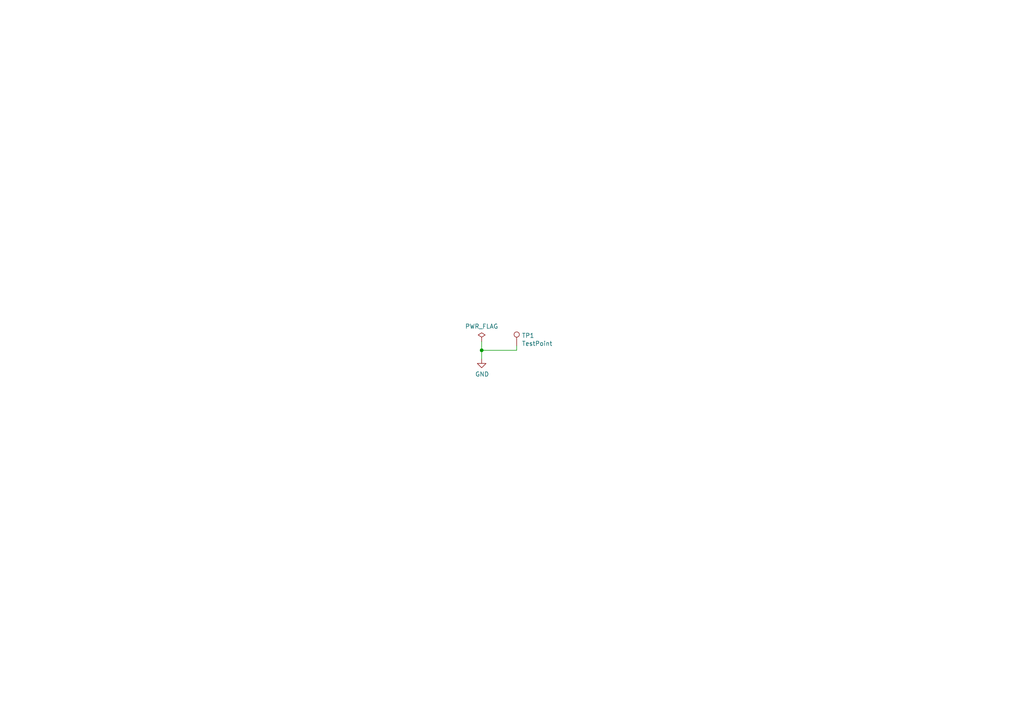
<source format=kicad_sch>
(kicad_sch (version 20211123) (generator eeschema)
  (paper "A4")
  (lib_symbols
    (symbol "Connector:TestPoint" (pin_numbers hide) (pin_names (offset 0.762) hide)
      (property "Reference" "TP" (at 0 6.858 0))
      (property "Value" "TestPoint" (at 0 5.08 0))
      (symbol "TestPoint_0_1"
        (circle (center 0 3.302) (radius 0.762))
      )
      (symbol "TestPoint_1_1"
        (pin passive line (at 0 0 90) (length 2.54) (name "1") (number "1"))
      )
    )
    (symbol "power:GND" (power) (pin_names (offset 0))
      (property "Value" "GND" (at 0 -3.81 0))
      (symbol "GND_0_1"
        (polyline (pts (xy 0 0) (xy 0 -1.27) (xy 1.27 -1.27) (xy 0 -2.54) (xy -1.27 -1.27) (xy 0 -1.27)))
      )
      (symbol "GND_1_1"
        (pin power_in line (at 0 0 270) (length 0) hide (name "GND") (number "1"))
      )
    )
    (symbol "power:PWR_FLAG" (power) (pin_numbers hide) (pin_names (offset 0) hide)
      (property "Value" "PWR_FLAG" (at 0 3.81 0))
      (symbol "PWR_FLAG_0_0"
        (pin power_out line (at 0 0 90) (length 0) (name "pwr") (number "1"))
      )
      (symbol "PWR_FLAG_0_1"
        (polyline (pts (xy 0 0) (xy 0 1.27) (xy -1.016 1.905) (xy 0 2.54) (xy 1.016 1.905) (xy 0 1.27)))
      )
    )
  )
  (junction (at 139.7 101.6))
  (wire (pts (xy 149.86 101.6) (xy 149.86 100.33)))
  (wire (pts (xy 139.7 101.6) (xy 149.86 101.6)))
  (wire (pts (xy 139.7 101.6) (xy 139.7 104.14)))
  (wire (pts (xy 139.7 99.06) (xy 139.7 101.6)))
  (symbol (lib_id "power:GND") (at 139.7 104.14 0) (unit 1)
    (property "Reference" "#PWR0101" (effects hide))
    (property "Value" "GND" (at 139.827 108.5342 0))
  )
  (symbol (lib_id "power:PWR_FLAG") (at 139.7 99.06 0) (unit 1)
    (property "Reference" "#FLG0101" (effects hide))
    (property "Value" "PWR_FLAG" (at 139.7 94.6658 0))
  )
  (symbol (lib_id "Connector:TestPoint") (at 149.86 100.33 0) (unit 1)
    (property "Reference" "TP1" (at 151.3332 97.3328 0) (effects (justify left)))
    (property "Value" "TestPoint" (at 151.3332 99.6442 0) (effects (justify left)))
    (property "Footprint" "TestPoint:TestPoint_Pad_1.5x1.5mm" (effects hide))
  )
)
</source>
